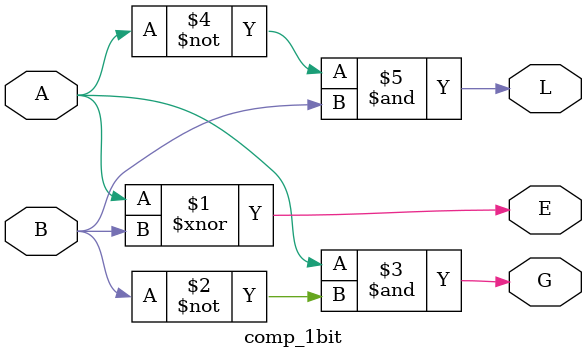
<source format=v>

module comp_1bit( G, L, E, A, B );
  output G,L,E;
  input A,B;
  
  assign E=A~^B; // a XNOR b, a equals b
  assign G=A&~B; // a > b
  assign L=~A&B; // a < b
  
endmodule

</source>
